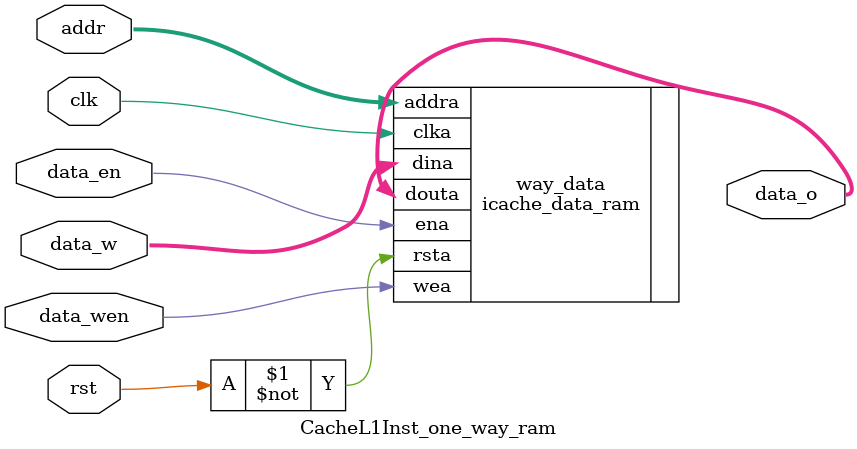
<source format=v>
`timescale 1ns/1ps

module CacheL1Inst_ram (
    input clk,
    input rst,
    input [11:0] addr,
    //data sram
    input [1:0] data_en,
    input [1:0] data_wen,
    input [31:0] data0_w,
    input [31:0] data1_w,
    output [31:0] data0_o,
    output [31:0] data1_o
);

CacheL1Inst_one_way_ram way_0(
    clk,rst,addr,
    data_en[0],data_wen[0],data0_w,data0_o
);

CacheL1Inst_one_way_ram way_1(
    clk,rst,addr,
    data_en[1],data_wen[1],data1_w,data1_o
);

endmodule //CacheL1Inst_ram

module CacheL1Inst_one_way_ram (
    input clk,
    input rst,
    input [11:0] addr,
    //data sram
    input data_en,
    input data_wen,
    input [31:0] data_w,
    output [31:0] data_o   
);
  icache_data_ram way_data (
    .clka(clk),    // input wire clka
    .rsta(~rst),    // input wire rsta
    .ena(data_en),      // input wire ena
    .wea(data_wen),      // input wire [0 : 0] wea
    .addra(addr),  // input wire [11 : 0] addra
    .dina(data_w),    // input wire [1:0] dina
    .douta(data_o)  // output wire [1:0] douta
  );

endmodule //CacheL1Inst_ram
</source>
